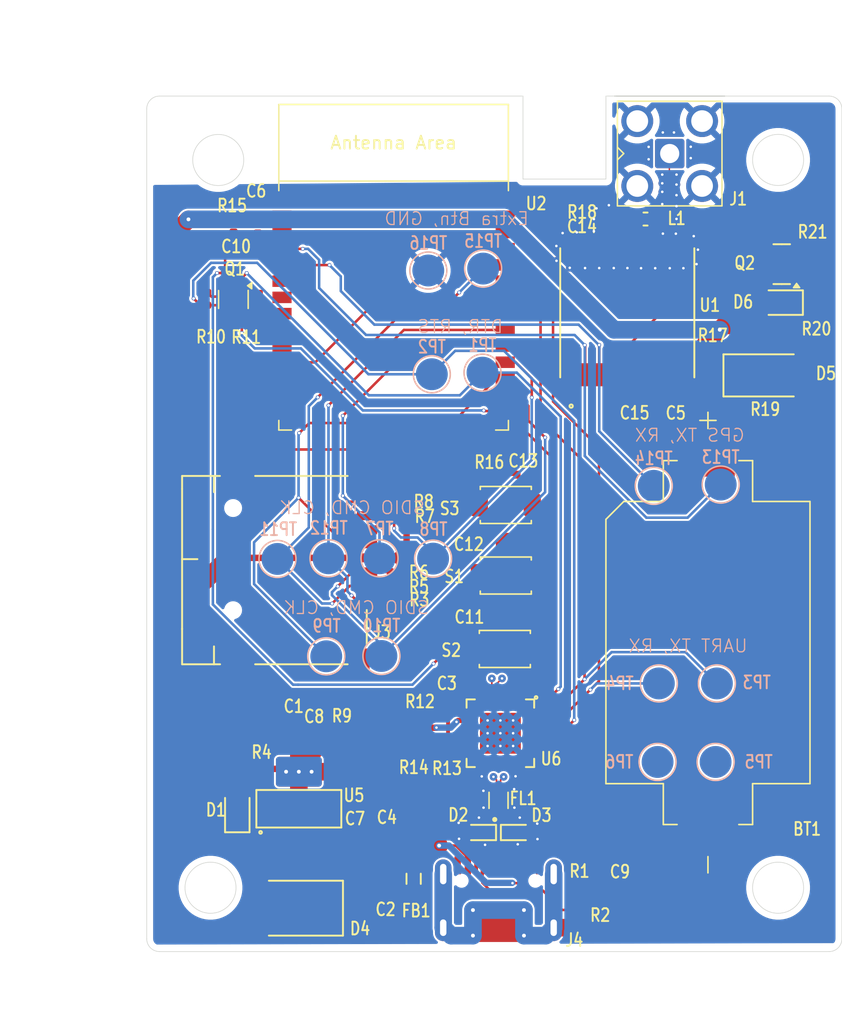
<source format=kicad_pcb>
(kicad_pcb (version 20241229) (generator "pcbnew") (generator_version "9.0")
  (layers (0 "F.Cu" signal) (4 "In1.Cu" signal) (6 "In2.Cu" signal) (2 "B.Cu" signal) (13 "F.Paste" user) (15 "B.Paste" user) (5 "F.SilkS" user "F.Silkscreen") (7 "B.SilkS" user "B.Silkscreen") (1 "F.Mask" user) (3 "B.Mask" user) (25 "Edge.Cuts" user))
  (net 0 "")
  (net 1 "GND")
  (net 2 "Net-(BT1-PadP)")
  (net 3 "Net-(C1-Pad1)")
  (net 4 "VUSB")
  (net 5 "3v3_VCC")
  (net 6 "RF_GND")
  (net 7 "/EN")
  (net 8 "/GPIO9_BOOT")
  (net 9 "/BTN_FUNCTION")
  (net 10 "Net-(U1-VCC_REF)")
  (net 11 "VBAT_2032")
  (net 12 "Net-(D1-Pad2)")
  (net 13 "/USB C COMs 3v3 Power Input Module/USB_UNF_D-")
  (net 14 "/USB C COMs 3v3 Power Input Module/USB_UNF_D+")
  (net 15 "VUSB_UNFILTERD")
  (net 16 "Net-(D5-Pad1)")
  (net 17 "Net-(Q2-C)")
  (net 18 "Net-(D6-Pad2)")
  (net 19 "Net-(J1-In)")
  (net 20 "/SDIO_DATA2")
  (net 21 "/SDIO_CLK")
  (net 22 "/SDIO_DATA0")
  (net 23 "/SDIO_DATA1")
  (net 24 "/SDIO_DATA3")
  (net 26 "/SDIO_CMD")
  (net 29 "Net-(J4-CC1)")
  (net 30 "Net-(J4-CC2)")
  (net 31 "Net-(L1-Pad1)")
  (net 32 "Net-(Q1A-B1)")
  (net 33 "/USB C COMs 3v3 Power Input Module/DTR")
  (net 34 "Net-(Q1B-B2)")
  (net 35 "/USB C COMs 3v3 Power Input Module/RTS")
  (net 36 "Net-(Q2-B)")
  (net 37 "Net-(U6-RST#)")
  (net 38 "Net-(U6-VBUS)")
  (net 39 "Net-(U1-RESET)")
  (net 40 "/GPS Module/1PPS")
  (net 41 "/USBC_TX")
  (net 42 "/USBC_RX")
  (net 43 "/GPS_TX")
  (net 44 "/GPS_RX")
  (net 81 "/USB C COMs 3v3 Power Input Module/USB_D+")
  (net 82 "/USB C COMs 3v3 Power Input Module/USB_D-")
  (footprint "PCM_JLCPCB:L_0603" (layer "F.Cu") (at 157.88 81.53)
    (property "Reference" "L1")
    (property "Value" "47nH_600mA" (hide yes))
  )
  (footprint "PCM_JLCPCB:C_0402" (layer "F.Cu") (at 127.48 80.83 90)
    (property "Reference" "C6")
    (property "Value" "100nF" (hide yes))
  )
  (footprint "PCM_JLCPCB:C_0603" (layer "F.Cu") (at 137.85 133.2 90)
    (property "Reference" "C2")
    (property "Value" "10uF" (hide yes))
  )
  (footprint "PCM_JLCPCB:TYPE-C-SMD_HX-TYPE-C-16PIN" (layer "F.Cu") (at 146.35 134.65)
    (property "Reference" "J4")
    (property "Value" "Connector, USB-TYPE-C-16P" (hide yes))
  )
  (footprint "PCM_JLCPCB:R_0402" (layer "F.Cu") (at 138.375 109.175 180)
    (property "Reference" "R6")
    (property "Value" "10kΩ" (hide yes))
  )
  (footprint "PCM_JLCPCB:R_1206" (layer "F.Cu") (at 133.95 123.33 90)
    (property "Reference" "R9")
    (property "Value" "0Ω" (hide yes))
  )
  (footprint "Connector_Coaxial:SMA_Amphenol_901-143_Horizontal" (layer "F.Cu") (at 159.775 76.4)
    (property "Reference" "J1")
    (property "Value" "Conn_Coaxial" (hide yes))
    (fp_line (start 4.3 -4.5) (end -4.3 -4.5) (stroke (width 0.1)) (layer "Edge.Cuts"))
  )
  (footprint "PCM_JLCPCB:C_0402" (layer "F.Cu") (at 146.925 107.1)
    (property "Reference" "C12")
    (property "Value" "100nF" (hide yes))
  )
  (footprint "PCM_JLCPCB:R_0402" (layer "F.Cu") (at 140.16 120.87 -90)
    (property "Reference" "R12")
    (property "Value" "10kΩ" (hide yes))
  )
  (footprint "PCM_JLCPCB:R_0402" (layer "F.Cu") (at 127.5675 87.855 -90)
    (property "Reference" "R11")
    (property "Value" "10kΩ" (hide yes))
  )
  (footprint "PCM_JLCPCB:WQFN-28_L5.0-W5.0-P0.50-BL-EP3.2" (layer "F.Cu") (at 146.5 121.8 180)
    (property "Reference" "U6")
    (property "Value" "CP2102-GMR" (hide yes))
  )
  (footprint "PCM_JLCPCB:FB_0805" (layer "F.Cu") (at 139.7 133.2 90)
    (property "Reference" "FB1")
    (property "Value" "~" (hide yes))
  )
  (footprint "PCM_JLCPCB:D_0805" (layer "F.Cu") (at 125.875 127.865 90)
    (property "Reference" "D1")
    (property "Value" "Red" (hide yes))
  )
  (footprint "PCM_JLCPCB:R_0402" (layer "F.Cu") (at 138.621855 103.640032 180)
    (property "Reference" "R8")
    (property "Value" "10kΩ" (hide yes))
  )
  (footprint "PCM_JLCPCB:D_SMA" (layer "F.Cu") (at 167.5 93.775)
    (property "Reference" "D5")
    (property "Value" "SS14" (hide yes))
  )
  (footprint "PCM_JLCPCB:R_0402" (layer "F.Cu") (at 145.65 101.55)
    (property "Reference" "R16")
    (property "Value" "10kΩ" (hide yes))
  )
  (footprint "PCM_JLCPCB:R_0402" (layer "F.Cu") (at 168.57 89.84)
    (property "Reference" "R20")
    (property "Value" "220Ω" (hide yes))
  )
  (footprint "PCM_JLCPCB:SW_TS-1088-AR02016" (layer "F.Cu") (at 146.85 115.2 180)
    (property "Reference" "S2")
    (property "Value" "Tactile Button, 160gf" (hide yes))
  )
  (footprint "PCM_JLCPCB:D_SOD-523" (layer "F.Cu") (at 147.8 129.575)
    (property "Reference" "D3")
    (property "Value" "H5VUD5U" (hide yes))
  )
  (footprint "GPS L76-M33:L76_QWS" (layer "F.Cu") (at 156.45 88.875 90)
    (property "Reference" "U1")
    (property "Value" "L76-M33" (hide yes))
  )
  (footprint "PCM_JLCPCB:C_0402" (layer "F.Cu") (at 148.3 101.55)
    (property "Reference" "C13")
    (property "Value" "100nF" (hide yes))
  )
  (footprint "CR2032:BAT_CR2032-BS-6-1" (layer "F.Cu") (at 162.775 114.7 -90)
    (property "Reference" "BT1")
    (property "Value" "CR2032-BS-6-1" (hide yes))
  )
  (footprint "PCM_JLCPCB:C_0603" (layer "F.Cu") (at 130.3 121.89 90)
    (property "Reference" "C1")
    (property "Value" "10uF" (hide yes))
  )
  (footprint "PCM_JLCPCB:C_0402" (layer "F.Cu") (at 144.325 118.25 180)
    (property "Reference" "C3")
    (property "Value" "100nF" (hide yes))
  )
  (footprint "PCM_JLCPCB:C_0603" (layer "F.Cu") (at 136.3 130.455 90)
    (property "Reference" "C4")
    (property "Value" "10uF" (hide yes))
  )
  (footprint "PCM_JLCPCB:Q_SOT-23" (layer "F.Cu") (at 168.56 85.0625 180)
    (property "Reference" "Q2")
    (property "Value" "MMBT3904" (hide yes))
  )
  (footprint "PCM_JLCPCB:D_SOD-523" (layer "F.Cu") (at 144.9 129.575 180)
    (property "Reference" "D2")
    (property "Value" "H5VUD5U" (hide yes))
  )
  (footprint "PCM_JLCPCB:R_0402" (layer "F.Cu") (at 138.35 111.325 180)
    (property "Reference" "R3")
    (property "Value" "10kΩ" (hide yes))
  )
  (footprint "PCM_JLCPCB:C_0402" (layer "F.Cu") (at 160.25 95.55)
    (property "Reference" "C5")
    (property "Value" "100nF" (hide yes))
  )
  (footprint "PCM_JLCPCB:R_0402" (layer "F.Cu") (at 123.5175 87.78 90)
    (property "Reference" "R10")
    (property "Value" "10kΩ" (hide yes))
  )
  (footprint "PCM_JLCPCB:SOT-363_SC-70-6" (layer "F.Cu") (at 125.5675 87.83 -90)
    (property "Reference" "Q1")
    (property "Value" "BC847BS" (hide yes))
  )
  (footprint "PCM_JLCPCB:R_0402" (layer "F.Cu") (at 140.5 122.925 -90)
    (property "Reference" "R14")
    (property "Value" "47kΩ" (hide yes))
  )
  (footprint "Common mode choke DLM11SN900HY2L:FIL_DLM11SN900HY2L" (layer "F.Cu") (at 146.357505 127.056913 90)
    (property "Reference" "FL1")
    (property "Value" "DLM11SN900HY2L" (hide yes))
  )
  (footprint "PCM_JLCPCB:C_0402" (layer "F.Cu") (at 155.195 82.21 180)
    (property "Reference" "C14")
    (property "Value" "100nF" (hide yes))
  )
  (footprint "PCM_JLCPCB:C_0402" (layer "F.Cu") (at 127.48 83.13 -90)
    (property "Reference" "C10")
    (property "Value" "100nF" (hide yes))
  )
  (footprint "PCM_JLCPCB:R_0402" (layer "F.Cu") (at 138.646855 104.790032 180)
    (property "Reference" "R7")
    (property "Value" "10kΩ" (hide yes))
  )
  (footprint "PCM_JLCPCB:C_0402" (layer "F.Cu") (at 157.025 95.55 180)
    (property "Reference" "C15")
    (property "Value" "100nF" (hide yes))
  )
  (footprint "PCM_JLCPCB:R_0402" (layer "F.Cu") (at 162.55 92.225 -90)
    (property "Reference" "R17")
    (property "Value" "10kΩ" (hide yes))
  )
  (footprint "PCM_JLCPCB:C_0402" (layer "F.Cu") (at 155.95 134.35 90)
    (property "Reference" "C9")
    (property "Value" "4.7nF" (hide yes))
  )
  (footprint "PCM_JLCPCB:R_0402" (layer "F.Cu") (at 168.56 82.65)
    (property "Reference" "R21")
    (property "Value" "5.1kΩ" (hide yes))
  )
  (footprint "SD Card:J_SD_Card-micro_socket_A" (layer "F.Cu") (at 129.025 108.15 90)
    (property "Reference" "J3")
    (property "Value" "Micro_SD_Card_Det1" (hide yes))
  )
  (footprint "PCM_JLCPCB:R_0402" (layer "F.Cu") (at 155.195 81.235)
    (property "Reference" "R18")
    (property "Value" "10Ω" (hide yes))
  )
  (footprint "PCM_JLCPCB:SW_TS-1088-AR02016" (layer "F.Cu") (at 146.925 109.45 180)
    (property "Reference" "S1")
    (property "Value" "Tactile Button, 160gf" (hide yes))
  )
  (footprint "PCM_JLCPCB:D_0805" (layer "F.Cu") (at 168.53 88.075 180)
    (property "Reference" "D6")
    (property "Value" "Red" (hide yes))
  )
  (footprint "PCM_JLCPCB:SW_TS-1088-AR02016" (layer "F.Cu") (at 146.925 103.925 180)
    (property "Reference" "S3")
    (property "Value" "Tactile Button, 160gf" (hide yes))
  )
  (footprint "PCM_JLCPCB:R_0402" (layer "F.Cu") (at 138.35 110.275 180)
    (property "Reference" "R5")
    (property "Value" "10kΩ" (hide yes))
  )
  (footprint "PCM_JLCPCB:R_0402" (layer "F.Cu") (at 154.2 134.275 90)
    (property "Reference" "R2")
    (property "Value" "5.1kΩ" (hide yes))
  )
  (footprint "PCM_JLCPCB:R_0402" (layer "F.Cu") (at 141.8 122.925 90)
    (property "Reference" "R13")
    (property "Value" "22kΩ" (hide yes))
  )
  (footprint "PCM_JLCPCB:C_0402" (layer "F.Cu") (at 131.9 122.29 90)
    (property "Reference" "C8")
    (property "Value" "100nF" (hide yes))
  )
  (footprint "PCM_JLCPCB:C_0402" (layer "F.Cu") (at 134.875 130.765 90)
    (property "Reference" "C7")
    (property "Value" "100nF" (hide yes))
  )
  (footprint "PCM_JLCPCB:R_0402" (layer "F.Cu") (at 127.8 125.09 -90)
    (property "Reference" "R4")
    (property "Value" "220Ω" (hide yes))
  )
  (footprint "PCM_JLCPCB:SOT-223-3_L6.5-W3.4-P2.30-LS7.0-BR" (layer "F.Cu") (at 130.7 127.815 -90)
    (property "Reference" "U5")
    (property "Value" "AMS1117" (hide yes))
  )
  (footprint "PCM_JLCPCB:C_0402" (layer "F.Cu") (at 146.875 112.85)
    (property "Reference" "C11")
    (property "Value" "100nF" (hide yes))
  )
  (footprint "PCM_JLCPCB:D_SMB" (layer "F.Cu") (at 130.5 135.5 180)
    (property "Reference" "D4")
    (property "Value" "P6SMB7.5A" (hide yes))
  )
  (footprint "PCM_JLCPCB:R_0402" (layer "F.Cu") (at 165.025 96.375 180)
    (property "Reference" "R19")
    (property "Value" "10Ω" (hide yes))
  )
  (footprint "PCM_JLCPCB:R_0402" (layer "F.Cu") (at 152.7 134.3 90)
    (property "Reference" "R1")
    (property "Value" "5.1kΩ" (hide yes))
  )
  (footprint "PCM_JLCPCB:R_0402" (layer "F.Cu") (at 125.58 82.055 -90)
    (property "Reference" "R15")
    (property "Value" "10kΩ" (hide yes))
  )
  (footprint "ESPRESSIF footprints:ESP32-C6-WROOM-1" (layer "F.Cu") (at 138.13 88.305)
    (property "Reference" "U2")
    (property "Value" "ESP32-C6-WROOM-1" (hide yes))
  )
  (footprint "TestPoint:TestPoint_Pad_D2.5mm" (layer "B.Cu") (at 129.025 108.15 180)
    (property "Reference" "TP11")
    (property "Value" "DAT3/CD_TP" (hide yes))
  )
  (footprint "TestPoint:TestPoint_Pad_D2.5mm" (layer "B.Cu") (at 158.925 117.9 90)
    (property "Reference" "TP4")
    (property "Value" "USB_TX_TP" (hide yes))
  )
  (footprint "TestPoint:TestPoint_Pad_D2.5mm" (layer "B.Cu") (at 137.175 115.75 180)
    (property "Reference" "TP10")
    (property "Value" "CMD_TP" (hide yes))
  )
  (footprint "TestPoint:TestPoint_Pad_D2.5mm" (layer "B.Cu") (at 158.525 102.425 180)
    (property "Reference" "TP14")
    (property "Value" "GPS_RX_TP" (hide yes))
  )
  (footprint "TestPoint:TestPoint_Pad_D2.5mm" (layer "B.Cu") (at 141.225 108.125 180)
    (property "Reference" "TP8")
    (property "Value" "DAT0_TP" (hide yes))
  )
  (footprint "TestPoint:TestPoint_Pad_D2.5mm" (layer "B.Cu") (at 132.85 115.775 180)
    (property "Reference" "TP9")
    (property "Value" "CLK_TP" (hide yes))
  )
  (footprint "TestPoint:TestPoint_Pad_D2.5mm" (layer "B.Cu") (at 163.775 102.325 180)
    (property "Reference" "TP13")
    (property "Value" "GPS_TX_TP" (hide yes))
  )
  (footprint "TestPoint:TestPoint_Pad_D2.5mm" (layer "B.Cu") (at 145.1 93.56 180)
    (property "Reference" "TP1")
    (property "Value" "DTR_TP" (hide yes))
  )
  (footprint "TestPoint:TestPoint_Pad_D2.5mm" (layer "B.Cu") (at 163.375 124.05 90)
    (property "Reference" "TP5")
    (property "Value" "USB_D+_TP" (hide yes))
  )
  (footprint "TestPoint:TestPoint_Pad_D2.5mm" (layer "B.Cu") (at 133.025 108.1 180)
    (property "Reference" "TP12")
    (property "Value" "DAT2_TP" (hide yes))
  )
  (footprint "TestPoint:TestPoint_Pad_D2.5mm" (layer "B.Cu") (at 158.825 124.05 90)
    (property "Reference" "TP6")
    (property "Value" "USB_D-_TP" (hide yes))
  )
  (footprint "TestPoint:TestPoint_Pad_D2.5mm" (layer "B.Cu") (at 141.125 93.685 180)
    (property "Reference" "TP2")
    (property "Value" "RTS_TP" (hide yes))
  )
  (footprint "TestPoint:TestPoint_Pad_D2.5mm" (layer "B.Cu") (at 145.15 85.41 180)
    (property "Reference" "TP15")
    (property "Value" "FUNC_BTN_TP" (hide yes))
  )
  (footprint "TestPoint:TestPoint_Pad_D2.5mm" (layer "B.Cu") (at 137.025 108.1 180)
    (property "Reference" "TP7")
    (property "Value" "DAT1_TP" (hide yes))
  )
  (footprint "TestPoint:TestPoint_Pad_D2.5mm" (layer "B.Cu") (at 140.85 85.56 180)
    (property "Reference" "TP16")
    (property "Value" "GND_TP" (hide yes))
  )
  (footprint "TestPoint:TestPoint_Pad_D2.5mm" (layer "B.Cu") (at 163.475 117.9 90)
    (property "Reference" "TP3")
    (property "Value" "USB_RX_TP" (hide yes))
  )
  (gr_line (start 148.275 71.9) (end 148.275 78.4) (stroke (width 0.05)) (layer "Edge.Cuts"))
  (gr_line (start 164.075 71.9) (end 172.275 71.9) (stroke (width 0.05)) (layer "Edge.Cuts"))
  (gr_line (start 118.775 72.9) (end 118.775 137.9) (stroke (width 0.05)) (layer "Edge.Cuts"))
  (gr_circle (center 168.275 133.9) (end 168.275 131.9) (stroke (width 0.05)) (fill no) (layer "Edge.Cuts"))
  (gr_arc (start 118.775 72.9) (mid 119.067893 72.192893) (end 119.775 71.9) (stroke (width 0.05)) (layer "Edge.Cuts"))
  (gr_line (start 148.275 78.4) (end 154.775 78.4) (stroke (width 0.05)) (layer "Edge.Cuts"))
  (gr_line (start 154.775 71.9) (end 155.475 71.9) (stroke (width 0.05)) (layer "Edge.Cuts"))
  (gr_circle (center 124.38 76.905) (end 124.38 74.905) (stroke (width 0.05)) (fill no) (layer "Edge.Cuts"))
  (gr_circle (center 168.275 76.9) (end 168.275 74.9) (stroke (width 0.05)) (fill no) (layer "Edge.Cuts"))
  (gr_line (start 148.275 71.9) (end 119.775 71.9) (stroke (width 0.05)) (layer "Edge.Cuts"))
  (gr_line (start 173.275 137.9) (end 173.275 72.9) (stroke (width 0.05)) (layer "Edge.Cuts"))
  (gr_arc (start 173.275 137.9) (mid 172.982107 138.607107) (end 172.275 138.9) (stroke (width 0.05)) (layer "Edge.Cuts"))
  (gr_arc (start 172.275 71.9) (mid 172.982107 72.192893) (end 173.275 72.9) (stroke (width 0.05)) (layer "Edge.Cuts"))
  (gr_line (start 119.775 138.9) (end 172.275 138.9) (stroke (width 0.05)) (layer "Edge.Cuts"))
  (gr_line (start 154.775 78.4) (end 154.775 71.9) (stroke (width 0.05)) (layer "Edge.Cuts"))
  (gr_arc (start 119.775 138.9) (mid 119.067893 138.607107) (end 118.775 137.9) (stroke (width 0.05)) (layer "Edge.Cuts"))
  (gr_circle (center 123.775 133.9) (end 123.775 131.9) (stroke (width 0.05)) (fill no) (layer "Edge.Cuts"))
  (gr_text "SDIO CMD, CLK" (at 140.65 104.725 0) (layer "B.SilkS") (effects (font (size 1 1) (thickness 0.1)) (justify left bottom mirror)))
  (gr_text "UART TX, RX\n" (at 165.95 115.55 0) (layer "B.SilkS") (effects (font (size 1 1) (thickness 0.1)) (justify left bottom mirror)))
  (gr_text "Extra Btn, GND" (at 148.8 82.085 0) (layer "B.SilkS") (effects (font (size 1 1) (thickness 0.1)) (justify left bottom mirror)))
  (gr_text "GPS TX, RX\n" (at 165.725 99.05 0) (layer "B.SilkS") (effects (font (size 1 1) (thickness 0.1)) (justify left bottom mirror)))
  (gr_text "SDIO CMD, CLK" (at 140.975 112.55 0) (layer "B.SilkS") (effects (font (size 1 1) (thickness 0.1)) (justify left bottom mirror)))
  (gr_text "DTR, RTS" (at 146.775 90.535 0) (layer "B.SilkS") (effects (font (size 1 1) (thickness 0.1)) (justify left bottom mirror)))
  (segment (start 127.48 80.33) (end 127.755 80.055) (width 0.5) (layer "F.Cu") (net 1))
  (segment (start 127.755 80.055) (end 129.38 80.055) (width 0.5) (layer "F.Cu") (net 1))
  (via (at 153.14 85.37) (size 0.6) (drill 0.2) (layers "F.Cu" "B.Cu") (net 1))
  (via (at 161.99 83.93) (size 0.6) (drill 0.2) (layers "F.Cu" "B.Cu") (net 1))
  (via (at 149.41 130.09) (size 0.6) (drill 0.2) (layers "F.Cu" "B.Cu") (net 1))
  (via (at 150.89 83.64) (size 0.6) (drill 0.2) (layers "F.Cu" "B.Cu") (net 1))
  (via (at 154.032981 80.694285) (size 0.6) (drill 0.2) (layers "F.Cu" "B.Cu") (net 1))
  (via (at 147.69 125.17) (size 0.6) (drill 0.2) (layers "F.Cu" "B.Cu") (net 1))
  (via (at 160.308051 80.52) (size 0.6) (drill 0.2) (layers "F.Cu" "B.Cu") (net 1))
  (via (at 155.39 85.37) (size 0.6) (drill 0.2) (layers "F.Cu" "B.Cu") (net 1))
  (via (at 147.6 127.63) (size 0.6) (drill 0.2) (layers "F.Cu" "B.Cu") (net 1))
  (via (at 161.88 85.06) (size 0.6) (drill 0.2) (layers "F.Cu" "B.Cu") (net 1))
  (via (at 147.58 126.18) (size 0.6) (drill 0.2) (layers "F.Cu" "B.Cu") (net 1))
  (via (at 148.02 128.41) (size 0.6) (drill 0.2) (layers "F.Cu" "B.Cu") (net 1))
  (via (at 154.25 85.37) (size 0.6) (drill 0.2) (layers "F.Cu" "B.Cu") (net 1))
  (via (at 157.53 85.38) (size 0.6) (drill 0.2) (layers "F.Cu" "B.Cu") (net 1))
  (via (at 145.04 125.18) (size 0.6) (drill 0.2) (layers "F.Cu" "B.Cu") (net 1))
  (via (at 159.78 85.38) (size 0.6) (drill 0.2) (layers "F.Cu" "B.Cu") (net 1))
  (via (at 151.94 85.35) (size 0.6) (drill 0.2) (layers "F.Cu" "B.Cu") (net 1))
  (via (at 147.862552 130.497497) (size 0.6) (drill 0.2) (layers "F.Cu" "B.Cu") (net 1))
  (via (at 160.258051 82.678189) (size 0.6) (drill 0.2) (layers "F.Cu" "B.Cu") (net 1))
  (via (at 158.64 85.38) (size 0.6) (drill 0.2) (layers "F.Cu" "B.Cu") (net 1))
  (via (at 158.125 75.88) (size 0.6) (drill 0.2) (layers "F.Cu" "B.Cu") (net 1))
  (via (at 151.38 82.63) (size 0.6) (drill 0.2) (layers "F.Cu" "B.Cu") (net 1))
  (via (at 156.46 85.37) (size 0.6) (drill 0.2) (layers "F.Cu" "B.Cu") (net 1))
  (via (at 161.425 76.76) (size 0.6) (drill 0.2) (layers "F.Cu" "B.Cu") (net 1))
  (via (at 145.17 126.31) (size 0.6) (drill 0.2) (layers "F.Cu" "B.Cu") (net 1))
  (via (at 160.11 74.75) (size 0.6) (drill 0.2) (layers "F.Cu" "B.Cu") (net 1))
  (via (at 144.82 128.41) (size 0.6) (drill 0.2) (layers "F.Cu" "B.Cu") (net 1))
  (via (at 150.9 84.8) (size 0.6) (drill 0.2) (layers "F.Cu" "B.Cu") (net 1))
  (via (at 145.18 127.63) (size 0.6) (drill 0.2) (layers "F.Cu" "B.Cu") (net 1))
  (via (at 161.425 75.87) (size 0.6) (drill 0.2) (layers "F.Cu" "B.Cu") (net 1))
  (via (at 160.308051 81.52) (size 0.6) (drill 0.2) (layers "F.Cu" "B.Cu") (net 1))
  (via (at 159.191951 78.05) (size 0.6) (drill 0.2) (layers "F.Cu" "B.Cu") (net 1))
  (via (at 159.191951 78.73) (size 0.6) (drill 0.2) (layers "F.Cu" "B.Cu") (net 1))
  (via (at 160.85 85.38) (size 0.6) (drill 0.2) (layers "F.Cu" "B.Cu") (net 1))
  (via (at 143.23 128.82) (size 0.6) (drill 0.2) (layers "F.Cu" "B.Cu") (net 1))
  (via (at 160.308051 78.83) (size 0.6) (drill 0.2) (layers "F.Cu" "B.Cu") (net 1))
  (via (at 152.49 82.57) (size 0.6) (drill 0.2) (layers "F.Cu" "B.Cu") (net 1))
  (via (at 155.00641 80.446953) (size 0.6) (drill 0.2) (layers "F.Cu" "B.Cu") (net 1))
  (via (at 159.241951 82.673298) (size 0.6) (drill 0.2) (layers "F.Cu" "B.Cu") (net 1))
  (via (at 145.3 130.54) (size 0.6) (drill 0.2) (layers "F.Cu" "B.Cu") (net 1))
  (via (at 160.308051 79.66) (size 0.6) (drill 0.2) (layers "F.Cu" "B.Cu") (net 1))
  (via (at 153.83 81.53) (size 0.6) (drill 0.2) (layers "F.Cu" "B.Cu") (net 1))
  (via (at 159.191951 80.36) (size 0.6) (drill 0.2) (layers "F.Cu" "B.Cu") (net 1))
  (via (at 153.83 82.48) (size 0.6) (drill 0.2) (layers "F.Cu" "B.Cu") (net 1))
  (via (at 160.31 78.05) (size 0.6) (drill 0.2) (layers "F.Cu" "B.Cu") (net 1))
  (via (at 143.26 130.07) (size 0.6) (drill 0.2) (layers "F.Cu" "B.Cu") (net 1))
  (via (at 161.66 82.87) (size 0.6) (drill 0.2) (layers "F.Cu" "B.Cu") (net 1))
  (via (at 159.191951 79.4) (size 0.6) (drill 0.2) (layers "F.Cu" "B.Cu") (net 1))
  (via (at 159.236258 74.75) (size 0.6) (drill 0.2) (layers "F.Cu" "B.Cu") (net 1))
  (via (at 149.39 128.88) (size 0.6) (drill 0.2) (layers "F.Cu" "B.Cu") (net 1))
  (via (at 158.125 76.85) (size 0.6) (drill 0.2) (layers "F.Cu" "B.Cu") (net 1))
  (segment (start 163.975 100.2) (end 162.775 100.2) (width 1.38) (layer "F.Cu") (net 2))
  (segment (start 169.5 93.775) (end 169.5 94.675) (width 1.38) (layer "F.Cu") (net 2))
  (segment (start 169.5 94.675) (end 163.975 100.2) (width 1.38) (layer "F.Cu") (net 2))
  (segment (start 130.3 122.67) (end 130.791 123.161) (width 1.38) (layer "F.Cu") (net 3))
  (segment (start 130.7 123.07) (end 130.3 122.67) (width 1.38) (layer "F.Cu") (net 3))
  (segment (start 130.7 130.785) (end 130.7 124.815) (width 1.38) (layer "F.Cu") (net 3))
  (segment (start 127.8 124.59) (end 129.475 124.59) (width 0.5) (layer "F.Cu") (net 3))
  (segment (start 130.791 123.161) (end 131.9 123.161) (width 1.38) (layer "F.Cu") (net 3))
  (segment (start 130.7 124.815) (end 130.7 123.07) (width 1.38) (layer "F.Cu") (net 3))
  (segment (start 133.925 124.815) (end 133.95 124.79) (width 1.38) (layer "F.Cu") (net 3))
  (segment (start 130.7 124.815) (end 133.925 124.815) (width 1.38) (layer "F.Cu") (net 3))
  (segment (start 129.475 124.59) (end 129.7 124.815) (width 0.5) (layer "F.Cu") (net 3))
  (segment (start 136.69266 131.235) (end 136.71166 131.216) (width 1.38) (layer "F.Cu") (net 4))
  (segment (start 133 132.81) (end 134.17 133.98) (width 1.38) (layer "F.Cu") (net 4))
  (segment (start 133.851 131.636) (end 134.875 131.636) (width 1.38) (layer "F.Cu") (net 4))
  (segment (start 137.85 133.98) (end 134.17 133.98) (width 1.38) (layer "F.Cu") (net 4))
  (segment (start 134.875 131.265) (end 136.27 131.265) (width 0.5) (layer "F.Cu") (net 4))
  (segment (start 141.8 126.12766) (end 141.8 123.425) (width 0.5) (layer "F.Cu") (net 4))
  (segment (start 133 130.785) (end 133.851 131.636) (width 1.38) (layer "F.Cu") (net 4))
  (segment (start 134.17 133.98) (end 132.65 135.5) (width 1.38) (layer "F.Cu") (net 4))
  (segment (start 136.27 131.265) (end 136.3 131.235) (width 0.5) (layer "F.Cu") (net 4))
  (segment (start 139.7 134.26) (end 138.13 134.26) (width 1.38) (layer "F.Cu") (net 4))
  (segment (start 136.71166 131.216) (end 141.8 126.12766) (width 0.5) (layer "F.Cu") (net 4))
  (segment (start 136.3 131.235) (end 136.69266 131.235) (width 1.38) (layer "F.Cu") (net 4))
  (segment (start 138.13 134.26) (end 137.85 133.98) (width 1.38) (layer "F.Cu") (net 4))
  (segment (start 133 130.785) (end 133 132.81) (width 1.38) (layer "F.Cu") (net 4))
  (segment (start 136.046855 108.065032) (end 138.197556 108.065032) (width 0.5) (layer "F.Cu") (net 5))
  (segment (start 160.348301 91.725) (end 159.750001 92.3233) (width 0.5) (layer "F.Cu") (net 5))
  (segment (start 124.3 119.5) (end 120.4 115.6) (width 1.38) (layer "F.Cu") (net 5))
  (segment (start 129.38 81.325) (end 127.485 81.325) (width 0.5) (layer "F.Cu") (net 5))
  (segment (start 134.33 121.87) (end 136.221 119.979) (width 1.38) (layer "F.Cu") (net 5))
  (segment (start 120.4 115.6) (end 120.4 83.2) (width 1.38) (layer "F.Cu") (net 5))
  (segment (start 168.07 89.84) (end 166.28 89.84) (width 0.5) (layer "F.Cu") (net 5))
  (segment (start 141.77 119.359) (end 141.15 119.979) (width 0.5) (layer "F.Cu") (net 5))
  (segment (start 166.26 89.86) (end 166.28 89.84) (width 1.38) (layer "F.Cu") (net 5))
  (segment (start 122 81.6) (end 122.045 81.555) (width 1.38) (layer "F.Cu") (net 5))
  (segment (start 144.941 119.359) (end 141.77 119.359) (width 0.5) (layer "F.Cu") (net 5))
  (segment (start 136.221 119.979) (end 141.15 119.979) (width 1.38) (layer "F.Cu") (net 5))
  (segment (start 145 119.3) (end 144.941 119.359) (width 0.5) (layer "F.Cu") (net 5))
  (segment (start 159.750001 93.725) (end 159.75 95.55) (width 0.5) (layer "F.Cu") (net 5))
  (segment (start 133.95 121.75) (end 131.7 119.5) (width 1.38) (layer "F.Cu") (net 5))
  (segment (start 125.144968 108.065032) (end 136.046855 108.065032) (width 0.5) (layer "F.Cu") (net 5))
  (segment (start 140.37 101.84) (end 140.66 101.55) (width 1.38) (layer "F.Cu") (net 5))
  (segment (start 140.66 101.55) (end 144.779 101.55) (width 1.38) (layer "F.Cu") (net 5))
  (segment (start 131.7 119.5) (end 124.3 119.5) (width 1.38) (layer "F.Cu") (net 5))
  (segment (start 138.875 110.25) (end 138.85 110.275) (width 0.5) (layer "F.Cu") (net 5))
  (segment (start 145.5 118.925) (end 144.825 118.25) (width 0.25) (layer "F.Cu") (net 5))
  (segment (start 138.875 108.742476) (end 138.875 109.175) (width 0.5) (layer "F.Cu") (net 5))
  (segment (start 162.55 91.35) (end 162.55 91.354) (width 1.38) (layer "F.Cu") (net 5))
  (segment (start 125.58 81.555) (end 122.045 81.555) (width 0.5) (layer "F.Cu") (net 5))
  (segment (start 138.85 110.275) (end 138.85 111.325) (width 0.5) (layer "F.Cu") (net 5))
  (segment (start 125.14 108.07) (end 125.144968 108.065032) (width 0.5) (layer "F.Cu") (net 5))
  (segment (start 164.04 89.86) (end 166.26 89.86) (width 1.38) (layer "F.Cu") (net 5))
  (segment (start 159.750001 92.3233) (end 159.750001 93.725) (width 0.5) (layer "F.Cu") (net 5))
  (segment (start 145.5 119.3) (end 145 119.3) (width 0.25) (layer "F.Cu") (net 5))
  (segment (start 145.5 119.3) (end 145.5 118.925) (width 0.25) (layer "F.Cu") (net 5))
  (segment (start 133.95 121.87) (end 134.33 121.87) (width 1.38) (layer "F.Cu") (net 5))
  (segment (start 120.4 83.2) (end 122 81.6) (width 1.38) (layer "F.Cu") (net 5))
  (segment (start 138.197556 108.065032) (end 138.875 108.742476) (width 0.5) (layer "F.Cu") (net 5))
  (segment (start 139.121855 103.088145) (end 140.37 101.84) (width 0.5) (layer "F.Cu") (net 5))
  (segment (start 120.4 115.6) (end 120.4 112.81) (width 1.38) (layer "F.Cu") (net 5))
  (segment (start 129.38 81.325) (end 125.81 81.325) (width 0.5) (layer "F.Cu") (net 5))
  (segment (start 139.146855 103.665032) (end 139.121855 103.640032) (width 0.5) (layer "F.Cu") (net 5))
  (segment (start 163.7 90.2) (end 164.04 89.86) (width 1.38) (layer "F.Cu") (net 5))
  (segment (start 127.485 81.325) (end 127.48 81.33) (width 0.5) (layer "F.Cu") (net 5))
  (segment (start 125.81 81.325) (end 125.58 81.555) (width 0.5) (layer "F.Cu") (net 5))
  (segment (start 162.55 91.725) (end 160.348301 91.725) (width 0.5) (layer "F.Cu") (net 5))
  (segment (start 139.146855 104.790032) (end 139.146855 103.665032) (width 0.5) (layer "F.Cu") (net 5))
  (segment (start 139.146855 104.790032) (end 139.146855 107.115733) (width 0.5) (layer "F.Cu") (net 5))
  (segment (start 139.121855 103.640032) (end 139.121855 103.088145) (width 0.5) (layer "F.Cu") (net 5))
  (segment (start 120.4 112.81) (end 125.14 108.07) (width 1.38) (layer "F.Cu") (net 5))
  (segment (start 139.146855 107.115733) (end 138.197556 108.065032) (width 0.5) (layer "F.Cu") (net 5))
  (segment (start 163.7 90.2) (end 162.55 91.35) (width 1.38) (layer "F.Cu") (net 5))
  (segment (start 144.825 118.25) (end 144.825 119.125) (width 0.5) (layer "F.Cu") (net 5))
  (segment (start 133.95 121.87) (end 133.95 121.75) (width 1.38) (layer "F.Cu") (net 5))
  (segment (start 138.875 109.175) (end 138.875 110.25) (width 0.5) (layer "F.Cu") (net 5))
  (via (at 163.7 90.2) (size 0.5) (drill 0.3) (layers "F.Cu" "B.Cu") (net 5))
  (via (at 122.045 81.555) (size 0.5) (drill 0.3) (layers "F.Cu" "B.Cu") (net 5))
  (segment (start 155.4 90.2) (end 163.7 90.2) (width 1.38) (layer "B.Cu") (net 5))
  (segment (start 122.045 81.555) (end 146.755 81.555) (width 1.38) (layer "B.Cu") (net 5))
  (segment (start 146.755 81.555) (end 155.4 90.2) (width 1.38) (layer "B.Cu") (net 5))
  (segment (start 155.88 136.56) (end 155.41 137.03) (width 1.38) (layer "F.Cu") (net 6))
  (segment (start 155.95 134.85) (end 155.95 136.49) (width 0.5) (layer "F.Cu") (net 6))
  (segment (start 155.95 136.49) (end 155.88 136.56) (width 0.5) (layer "F.Cu") (net 6))
  (segment (start 155.41 137.03) (end 150.68 137.03) (width 1.38) (layer "F.Cu") (net 6))
  (segment (start 142.02 137.03) (end 142.02 132.83) (width 1.38) (layer "B.Cu") (net 6))
  (segment (start 148.35 135.65) (end 148.35 137.65) (width 1.38) (layer "B.Cu") (net 6))
  (segment (start 144.35 137.65) (end 142.64 137.65) (width 1.38) (layer "B.Cu") (net 6))
  (segment (start 150.68 137.03) (end 150.68 132.83) (width 1.38) (layer "B.Cu") (net 6))
  (segment (start 148.35 137.65) (end 150.06 137.65) (width 1.38) (layer "B.Cu") (net 6))
  (segment (start 144.35 137.65) (end 144.35 135.65) (width 1.38) (layer "B.Cu") (net 6))
  (segment (start 142.64 137.65) (end 142.02 137.03) (width 1.38) (layer "B.Cu") (net 6))
  (segment (start 150.06 137.65) (end 150.68 137.03) (width 1.38) (layer "B.Cu") (net 6))
  (segment (start 144.35 135.65) (end 148.35 135.65) (width 1.38) (layer "B.Cu") (net 6))
  (segment (start 124.28 85.76) (end 124.5975 85.76) (width 0.2) (layer "F.Cu") (net 7))
  (segment (start 146.375 113.6) (end 146.375 112.85) (width 0.3) (layer "F.Cu") (net 7))
  (segment (start 124.9175 85.44) (end 124.9175 86.88) (width 0.2) (layer "F.Cu") (net 7))
  (segment (start 144.775 115.2) (end 146.375 113.6) (width 0.3) (layer "F.Cu") (net 7))
  (segment (start 124.5975 85.76) (end 124.9175 85.44) (width 0.2) (layer "F.Cu") (net 7))
  (segment (start 125.58 82.555) (end 127.405 82.555) (width 0.2) (layer "F.Cu") (net 7))
  (segment (start 127.48 82.63) (end 129.345 82.63) (width 0.2) (layer "F.Cu") (net 7))
  (segment (start 124.9175 83.2175) (end 124.9175 85.44) (width 0.2) (layer "F.Cu") (net 7))
  (segment (start 127.405 82.555) (end 127.48 82.63) (width 0.2) (layer "F.Cu") (net 7))
  (segment (start 144.775 115.2) (end 142.41 115.2) (width 0.2) (layer "F.Cu") (net 7))
  (segment (start 125.58 82.555) (end 124.9175 83.2175) (width 0.2) (layer "F.Cu") (net 7))
  (segment (start 142.41 115.2) (end 141.26 116.35) (width 0.2) (layer "F.Cu") (net 7))
  (segment (start 129.345 82.63) (end 129.38 82.595) (width 0.2) (layer "F.Cu") (net 7))
  (via (at 141.26 116.35) (size 0.3) (drill 0.2) (layers "F.Cu" "B.Cu") (net 7))
  (via (at 124.28 85.76) (size 0.3) (drill 0.2) (layers "F.Cu" "B.Cu") (net 7))
  (segment (start 139.61 118) (end 130.64 118) (width 0.2) (layer "B.Cu") (net 7))
  (segment (start 141.26 116.35) (end 139.61 118) (width 0.2) (layer "B.Cu") (net 7))
  (segment (start 123.96 86.08) (end 124.28 85.76) (width 0.2) (layer "B.Cu") (net 7))
  (segment (start 130.249038 118) (end 123.96 111.710962) (width 0.2) (layer "B.Cu") (net 7))
  (segment (start 130.64 118) (end 130.249038 118) (width 0.2) (layer "B.Cu") (net 7))
  (segment (start 123.96 105.83) (end 123.96 86.08) (width 0.2) (layer "B.Cu") (net 7))
  (segment (start 123.96 111.710962) (end 123.96 105.83) (width 0.2) (layer "B.Cu") (net 7))
  (segment (start 145.235 96.565) (end 145.19 96.52) (width 0.2) (layer "F.Cu") (net 8))
  (segment (start 126.23 88.7925) (end 126.2175 88.78) (width 0.2) (layer "F.Cu") (net 8))
  (segment (start 146.425 106.790001) (end 147.005001 106.21) (width 0.2) (layer "F.Cu") (net 8))
  (segment (start 146.895 96.565) (end 145.235 96.565) (width 0.2) (layer "F.Cu") (net 8))
  (segment (start 149.64 106.21) (end 150.7 105.15) (width 0.2) (layer "F.Cu") (net 8))
  (segment (start 150.7 105.15) (end 150.7 100.37) (width 0.2) (layer "F.Cu") (net 8))
  (segment (start 146.425 107.875) (end 146.425 107.1) (width 0.3) (layer "F.Cu") (net 8))
  (segment (start 144.85 109.45) (end 146.425 107.875) (width 0.3) (layer "F.Cu") (net 8))
  (segment (start 146.425 107.1) (end 146.425 106.790001) (width 0.2) (layer "F.Cu") (net 8))
  (segment (start 150.7 100.37) (end 146.895 96.565) (width 0.2) (layer "F.Cu") (net 8))
  (segment (start 126.23 90.45) (end 126.23 88.7925) (width 0.2) (layer "F.Cu") (net 8))
  (segment (start 147.005001 106.21) (end 149.64 106.21) (width 0.2) (layer "F.Cu") (net 8))
  (via (at 145.19 96.52) (size 0.3) (drill 0.2) (layers "F.Cu" "B.Cu") (net 8))
  (via (at 126.23 90.45) (size 0.3) (drill 0.2) (layers "F.Cu" "B.Cu") (net 8))
  (segment (start 127.24 91.66) (end 126.23 90.65) (width 0.2) (layer "B.Cu") (net 8))
  (segment (start 126.23 90.65) (end 126.23 90.45) (width 0.2) (layer "B.Cu") (net 8))
  (segment (start 130.86 91.66) (end 127.24 91.66) (width 0.2) (layer "B.Cu") (net 8))
  (segment (start 145.19 96.52) (end 135.72 96.52) (width 0.2) (layer "B.Cu") (net 8))
  (segment (start 135.72 96.52) (end 130.86 91.66) (width 0.2) (layer "B.Cu") (net 8))
  (segment (start 144.85 103.925) (end 146.15 102.625) (width 0.3) (layer "F.Cu") (net 9))
  (segment (start 127.53 97.85) (end 127.53 93.44) (width 0.2) (layer "F.Cu") (net 9))
  (segment (start 129.26 99.58) (end 127.53 97.85) (width 0.2) (layer "F.Cu") (net 9))
  (segment (start 146.15 101.236672) (end 144.493328 99.58) (width 0.2) (layer "F.Cu") (net 9))
  (segment (start 146.15 101.55) (end 146.15 101.236672) (width 0.2) (layer "F.Cu") (net 9))
  (segment (start 143.27 87.28) (end 142.25 88.3) (width 0.2) (layer "F.Cu") (net 9))
  (segment (start 146.15 102.625) (end 146.15 101.55) (width 0.3) (layer "F.Cu") (net 9))
  (segment (start 144.493328 99.58) (end 129.26 99.58) (width 0.2) (layer "F.Cu") (net 9))
  (segment (start 131.985 92.755) (end 129.38 92.755) (width 0.2) (layer "F.Cu") (net 9))
  (segment (start 128.225 92.745) (end 129.38 92.745) (width 0.2) (layer "F.Cu") (net 9))
  (segment (start 146.15 101.55) (end 147.8 101.55) (width 0.2) (layer "F.Cu") (net 9))
  (segment (start 142.25 88.3) (end 136.44 88.3) (width 0.2) (layer "F.Cu") (net 9))
  (segment (start 127.53 93.44) (end 128.225 92.745) (width 0.2) (layer "F.Cu") (net 9))
  (segment (start 136.44 88.3) (end 131.985 92.755) (width 0.2) (layer "F.Cu") (net 9))
  (via (at 143.27 87.28) (size 0.3) (drill 0.2) (layers "F.Cu" "B.Cu") (net 9))
  (segment (start 143.27 87.28) (end 145.15 85.4) (width 0.2) (layer "B.Cu") (net 9))
  (segment (start 155.67 82.21) (end 155.695 82.21) (width 0.1161) (layer "F.Cu") (net 10))
  (segment (start 154.695 81.235) (end 155.67 82.21) (width 0.1161) (layer "F.Cu") (net 10))
  (segment (start 155.695 82.21) (end 156.45 82.965) (width 0.1161) (layer "F.Cu") (net 10))
  (segment (start 156.45 82.965) (end 156.45 84.025) (width 0.1161) (layer "F.Cu") (net 10))
  (segment (start 157.55 93.725) (end 157.55 95.525) (width 0.5) (layer "F.Cu") (net 11))
  (segment (start 162.765 96.375) (end 162 97.14) (width 0.5) (layer "F.Cu") (net 11))
  (segment (start 157.896 95.946) (end 157.896 95.55) (width 1.38) (layer "F.Cu") (net 11))
  (segment (start 157.55 95.525) (end 157.525 95.55) (width 0.5) (layer "F.Cu") (net 11))
  (segment (start 162 97.14) (end 159.09 97.14) (width 1.38) (layer "F.Cu") (net 11))
  (segment (start 164.525 96.375) (end 162.765 96.375) (width 0.5) (layer "F.Cu") (net 11))
  (segment (start 159.09 97.14) (end 157.896 95.946) (width 1.38) (layer "F.Cu") (net 11))
  (segment (start 125.875 126.925) (end 126.465 126.925) (width 0.5) (layer "F.Cu") (net 12))
  (segment (start 126.465 126.925) (end 127.8 125.59) (width 0.5) (layer "F.Cu") (net 12))
  (segment (start 145.6 132.15) (end 145.6 132.12) (width 0.1257) (layer "F.Cu") (net 13))
  (segment (start 145.6 129.525) (end 145.6 129.575) (width 0.1257) (layer "F.Cu") (net 13))
  (segment (start 145.6 131.2) (end 146.18715 130.61285) (width 0.1257) (layer "F.Cu") (net 13))
  (segment (start 146.194655 128.319064) (end 146.194655 128.45731) (width 0.1257) (layer "F.Cu") (net 13))
  (segment (start 145.6 129.625) (end 145.6 129.575) (width 0.1257) (layer "F.Cu") (net 13))
  (segment (start 146.18715 128.93785) (end 145.6 129.525) (width 0.1257) (layer "F.Cu") (net 13))
  (segment (start 146.18715 128.464815) (end 146.18715 128.93785) (width 0.1257) (layer "F.Cu") (net 13))
  (segment (start 146.18715 130.61285) (end 146.18715 130.21215) (width 0.1257) (layer "F.Cu") (net 13))
  (segment (start 146.194655 128.45731) (end 146.18715 128.464815) (width 0.1257) (layer "F.Cu") (net 13))
  (segment (start 145.6 132.15) (end 145.6 131.2) (width 0.1257) (layer "F.Cu") (net 13))
  (segment (start 146.082505 127.681913) (end 146.082505 128.206914) (width 0.1257) (layer "F.Cu") (net 13))
  (segment (start 146.082505 128.206914) (end 146.194655 128.319064) (width 0.1257) (layer "F.Cu") (net 13))
  (segment (start 146.18715 130.21215) (end 145.6 129.625) (width 0.1257) (layer "F.Cu") (net 13))
  (segment (start 146.51285 128.93785) (end 147.1 129.525) (width 0.1257) (layer "F.Cu") (net 14))
  (segment (start 146.520355 128.319064) (end 146.520355 128.581949) (width 0.1257) (layer "F.Cu") (net 14))
  (segment (start 147.1 131.2) (end 146.51285 130.61285) (width 0.1257) (layer "F.Cu") (net 14))
  (segment (start 147.1 132.15) (end 147.1 131.2) (width 0.1257) (layer "F.Cu") (net 14))
  (segment (start 147.1 129.525) (end 147.1 129.575) (width 0.1257) (layer "F.Cu") (net 14))
  (segment (start 146.51285 130.21215) (end 147.1 129.625) (width 0.1257) (layer "F.Cu") (net 14))
  (segment (start 146.51285 130.61285) (end 146.51285 130.21215) (width 0.1257) (layer "F.Cu") (net 14))
  (segment (start 146.520355 128.581949) (end 146.51285 128.589454) (width 0.1257) (layer "F.Cu") (net 14))
  (segment (start 146.51285 128.589454) (end 146.51285 128.93785) (width 0.1257) (layer "F.Cu") (net 14))
  (segment (start 146.632505 128.206914) (end 146.520355 128.319064) (width 0.1257) (layer "F.Cu") (net 14))
  (segment (start 147.1 129.625) (end 147.1 129.575) (width 0.1257) (layer "F.Cu") (net 14))
  (segment (start 146.632505 127.681913) (end 146.632505 128.206914) (width 0.1257) (layer "F.Cu") (net 14))
  (segment (start 147.13 132.18) (end 147.1 132.15) (width 0.1257) (layer "F.Cu") (net 14))
  (segment (start 148.75 132.15) (end 148.75 132.852) (width 0.2) (layer "F.Cu") (net 15))
  (segment (start 148.062 133.54) (end 147.45 133.54) (width 0.2) (layer "F.Cu") (net 15))
  (segment (start 143.9 132.15) (end 143.9 131.498) (width 0.2) (layer "F.Cu") (net 15))
  (segment (start 148.75 132.852) (end 148.062 133.54) (width 0.2) (layer "F.Cu") (net 15))
  (segment (start 141.24 130.6) (end 139.7 132.14) (width 1.38) (layer "F.Cu") (net 15))
  (segment (start 143.002 130.6) (end 141.7 130.6) (width 0.2) (layer "F.Cu") (net 15))
  (segment (start 143.9 131.498) (end 143.002 130.6) (width 0.2) (layer "F.Cu") (net 15))
  (segment (start 141.7 130.6) (end 141.24 130.6) (width 1.38) (layer "F.Cu") (net 15))
  (via (at 147.45 133.54) (size 0.3) (drill 0.2) (layers "F.Cu" "B.Cu") (net 15))
  (via (at 141.7 130.6) (size 0.5) (drill 0.3) (layers "F.Cu" "B.Cu") (net 15))
  (segment (start 145.385039 133.52) (end 142.465039 130.6) (width 0.5) (layer "B.Cu") (net 15))
  (segment (start 142.465039 130.6) (end 141.7 130.6) (width 0.5) (layer "B.Cu") (net 15))
  (segment (start 147.43 133.52) (end 145.385039 133.52) (width 0.5) (layer "B.Cu") (net 15))
  (segment (start 165.525 93.8) (end 165.5 93.775) (width 0.5) (layer "F.Cu") (net 16))
  (segment (start 165.525 96.375) (end 165.525 93.8) (width 0.5) (layer "F.Cu") (net 16))
  (segment (start 167.62 85.0625) (end 167.62 86.225) (width 0.2) (layer "F.Cu") (net 17))
  (segment (start 167.62 86.225) (end 169.47 88.075) (width 0.2) (layer "F.Cu") (net 17))
  (segment (start 169.07 89.555) (end 169.07 89.84) (width 0.2) (layer "F.Cu") (net 18))
  (segment (start 167.59 88.075) (end 169.07 89.555) (width 0.2) (layer "F.Cu") (net 18))
  (segment (start 159.740001 81.53) (end 159.750001 81.54) (width 0.1161) (layer "F.Cu") (net 19))
  (segment (start 159.750001 81.54) (end 159.750001 76.424999) (width 0.1161) (layer "F.Cu") (net 19))
  (segment (start 159.750001 76.424999) (end 159.775 76.4) (width 0.1161) (layer "F.Cu") (net 19))
  (segment (start 159.750001 84.025) (end 159.750001 81.54) (width 0.1161) (layer "F.Cu") (net 19))
  (segment (start 158.67 81.53) (end 159.740001 81.53) (width 0.1161) (layer "F.Cu") (net 19))
  (segment (start 138.935 90.215) (end 146.88 90.215) (width 0.2) (layer "F.Cu") (net 20))
  (segment (start 133.025 96.125) (end 138.935 90.215) (width 0.2) (layer "F.Cu") (net 20))
  (segment (start 136.086887 111.325) (end 136.046855 111.365032) (width 0.2) (layer "F.Cu") (net 20))
  (segment (start 137.85 111.325) (end 136.086887 111.325) (width 0.2) (layer "F.Cu") (net 20))
  (segment (start 135.185032 111.365032) (end 136.046855 111.365032) (width 0.2) (layer "F.Cu") (net 20))
  (segment (start 134.83 111.01) (end 135.185032 111.365032) (width 0.2) (layer "F.Cu") (net 20))
  (via (at 133.025 96.125) (size 0.3) (drill 0.2) (layers "F.Cu" "B.Cu") (net 20))
  (via (at 134.83 111.01) (size 0.3) (drill 0.2) (layers "F.Cu" "B.Cu") (net 20))
  (segment (start 134.83 111.01) (end 134.51 110.69) (width 0.2) (layer "B.Cu") (net 20))
  (segment (start 134.51 110.69) (end 134.51 109.585) (width 0.2) (layer "B.Cu") (net 20))
  (segment (start 134.51 109.585) (end 133.025 108.1) (width 0.2) (layer "B.Cu") (net 20))
  (segment (start 133.025 96.125) (end 133.025 108.1) (width 0.2) (layer "B.Cu") (net 20))
  (segment (start 135.055032 106.965032) (end 136.046855 106.965032) (width 0.2) (layer "F.Cu") (net 21))
  (segment (start 133.46 106.14) (end 134.23 106.14) (width 0.2) (layer "F.Cu") (net 21))
  (segment (start 131.515 97.505) (end 130.73 98.29) (width 0.2) (layer "F.Cu") (net 21))
  (segment (start 134.23 106.14) (end 135.055032 106.965032) (width 0.2) (layer "F.Cu") (net 21))
  (segment (start 142.715 97.505) (end 146.195 94.025) (width 0.2) (layer "F.Cu") (net 21))
  (segment (start 130.68 103.36) (end 133.46 106.14) (width 0.2) (layer "F.Cu") (net 21))
  (segment (start 142.715 97.505) (end 131.515 97.505) (width 0.2) (layer "F.Cu") (net 21))
  (segment (start 146.195 94.025) (end 146.88 94.025) (width 0.2) (layer "F.Cu") (net 21))
  (via (at 130.73 98.29) (size 0.3) (drill 0.2) (layers "F.Cu" "B.Cu") (net 21))
  (via (at 130.68 103.36) (size 0.3) (drill 0.2) (layers "F.Cu" "B.Cu") (net 21))
  (segment (start 130.68 103.36) (end 127.19 106.85) (width 0.2) (layer "B.Cu") (net 21))
  (segment (start 127.19 106.85) (end 127.19 110.115) (width 0.2) (layer "B.Cu") (net 21))
  (segment (start 130.73 98.29) (end 130.68 98.34) (width 0.2) (layer "B.Cu") (net 21))
  (segment (start 127.19 110.115) (end 132.85 115.775) (width 0.2) (layer "B.Cu") (net 21))
  (segment (start 130.68 98.34) (end 130.68 103.36) (width 0.2) (layer "B.Cu") (net 21))
  (segment (start 138.146855 104.790032) (end 136.071855 104.790032) (width 0.2) (layer "F.Cu") (net 22))
  (segment (start 148.96 94.01) (end 147.705 92.755) (width 0.2) (layer "F.Cu") (net 22))
  (segment (start 138.17 104.813177) (end 138.146855 104.790032) (width 0.2) (layer "F.Cu") (net 22))
  (segment (start 136.071855 104.790032) (end 136.046855 104.765032) (width 0.2) (layer "F.Cu") (net 22))
  (segment (start 148.96 95.51) (end 148.96 94.01) (width 0.2) (layer "F.Cu") (net 22))
  (segment (start 136.046855 104.765032) (end 134.595032 104.765032) (width 0.2) (layer "F.Cu") (net 22))
  (segment (start 147.705 92.755) (end 146.88 92.755) (width 0.2) (layer "F.Cu") (net 22))
  (segment (start 138.17 105.76) (end 138.17 104.813177) (width 0.2) (layer "F.Cu") (net 22))
  (via (at 138.17 105.76) (size 0.3) (drill 0.2) (layers "F.Cu" "B.Cu") (net 22))
  (via (at 148.96 95.51) (size 0.3) (drill 0.2) (layers "F.Cu" "B.Cu") (net 22))
  (segment (start 148.96 100.39) (end 141.225 108.125) (width 0.2) (layer "B.Cu") (net 22))
  (segment (start 138.17 105.76) (end 138.17 105.93) (width 0.2) (layer "B.Cu") (net 22))
  (segment (start 138.17 105.93) (end 138.71 106.47) (width 0.2) (layer "B.Cu") (net 22))
  (segment (start 138.71 106.47) (end 140.01 106.47) (width 0.2) (layer "B.Cu") (net 22))
  (segment (start 148.96 95.51) (end 148.96 100.39) (width 0.2) (layer "B.Cu") (net 22))
  (segment (start 140.01 106.47) (end 141.225 107.685) (width 0.2) (layer "B.Cu") (net 22))
  (segment (start 141.225 107.685) (end 141.225 108.125) (width 0.2) (layer "B.Cu") (net 22))
  (segment (start 136.071855 103.640032) (end 136.046855 103.665032) (width 0.2) (layer "F.Cu") (net 23))
  (segment (start 139.605 91.485) (end 134.15 96.94) (width 0.2) (layer "F.Cu") (net 23))
  (segment (start 138.121855 103.640032) (end 136.071855 103.640032) (width 0.2) (layer "F.Cu") (net 23))
  (segment (start 134.615032 103.665032) (end 134.15 103.2) (width 0.2) (layer "F.Cu") (net 23))
  (segment (start 146.88 91.485) (end 139.605 91.485) (width 0.2) (layer "F.Cu") (net 23))
  (segment (start 136.046855 103.665032) (end 134.615032 103.665032) (width 0.2) (layer "F.Cu") (net 23))
  (via (at 134.15 103.2) (size 0.3) (drill 0.2) (layers "F.Cu" "B.Cu") (net 23))
  (via (at 134.15 96.94) (size 0.3) (drill 0.2) (layers "F.Cu" "B.Cu") (net 23))
  (segment (start 137.025 106.075) (end 137.025 108.1) (width 0.2) (layer "B.Cu") (net 23))
  (segment (start 134.615032 103.665032) (end 137.025 106.075) (width 0.2) (layer "B.Cu") (net 23))
  (segment (start 134.15 103.2) (end 134.615032 103.665032) (width 0.2) (layer "B.Cu") (net 23))
  (segment (start 134.15 103.2) (end 134.15 96.94) (width 0.2) (layer "B.Cu") (net 23))
  (segment (start 138.725 88.945) (end 146.88 88.945) (width 0.2) (layer "F.Cu") (net 24))
  (segment (start 136.046855 110.265032) (end 134.684968 110.265032) (width 0.2) (layer "F.Cu") (net 24))
  (segment (start 132.18 95.49) (end 138.725 88.945) (width 0.2) (layer "F.Cu") (net 24))
  (segment (start 136.056823 110.275) (end 136.046855 110.265032) (width 0.2) (layer "F.Cu") (net 24))
  (segment (start 134.684968 110.265032) (end 133.31 111.64) (width 0.2) (layer "F.Cu") (net 24))
  (segment (start 137.85 110.275) (end 136.056823 110.275) (width 0.2) (layer "F.Cu") (net 24))
  (via (at 133.31 111.64) (size 0.3) (drill 0.2) (layers "F.Cu" "B.Cu") (net 24))
  (via (at 132.18 95.49) (size 0.3) (drill 0.2) (layers "F.Cu" "B.Cu") (net 24))
  (segment (start 133.31 111.64) (end 132.515 111.64) (width 0.2) (layer "B.Cu") (net 24))
  (segment (start 132.18 95.49) (end 131.48 96.19) (width 0.2) (layer "B.Cu") (net 24))
  (segment (start 132.515 111.64) (end 129.025 108.15) (width 0.2) (layer "B.Cu") (net 24))
  (segment (start 131.48 105.695) (end 129.025 108.15) (width 0.2) (layer "B.Cu") (net 24))
  (segment (start 131.48 96.19) (end 131.48 105.695) (width 0.2) (layer "B.Cu") (net 24))
  (segment (start 150.01 98.64) (end 148.7 97.33) (width 0.2) (layer "F.Cu") (net 26))
  (segment (start 134.884968 109.165032) (end 136.046855 109.165032) (width 0.2) (layer "F.Cu") (net 26))
  (segment (start 148.7 97.33) (end 148.7 96.165) (width 0.2) (layer "F.Cu") (net 26))
  (segment (start 133.75 110.3) (end 134.884968 109.165032) (width 0.2) (layer "F.Cu") (net 26))
  (segment (start 137.875 109.175) (end 136.056823 109.175) (width 0.2) (layer "F.Cu") (net 26))
  (segment (start 147.83 95.295) (end 146.88 95.295) (width 0.2) (layer "F.Cu") (net 26))
  (segment (start 136.056823 109.175) (end 136.046855 109.165032) (width 0.2) (layer "F.Cu") (net 26))
  (segment (start 148.7 96.165) (end 147.83 95.295) (width 0.2) (layer "F.Cu") (net 26))
  (via (at 150.01 98.64) (size 0.3) (drill 0.2) (layers "F.Cu" "B.Cu") (net 26))
  (via (at 133.75 110.3) (size 0.3) (drill 0.2) (layers "F.Cu" "B.Cu") (net 26))
  (segment (start 150.01 102.915) (end 137.175 115.75) (width 0.2) (layer "B.Cu") (net 26))
  (segment (start 133.75 110.3) (end 133.297811 110.752189) (width 0.2) (layer "B.Cu") (net 26))
  (segment (start 133.297811 110.752189) (end 133.297811 110.99) (width 0.2) (layer "B.Cu") (net 26))
  (segment (start 137.175 114.867189) (end 137.175 115.75) (width 0.2) (layer "B.Cu") (net 26))
  (segment (start 133.297811 110.99) (end 137.175 114.867189) (width 0.2) (layer "B.Cu") (net 26))
  (segment (start 150.01 98.64) (end 150.01 102.915) (width 0.2) (layer "B.Cu") (net 26))
  (segment (start 154.2 134.775) (end 153.335 135.64) (width 0.2) (layer "F.Cu") (net 29))
  (segment (start 145.72 134.14) (end 145.1 133.52) (width 0.2) (layer "F.Cu") (net 29))
  (segment (start 151.35 135.64) (end 149.85 134.14) (width 0.2) (layer "F.Cu") (net 29))
  (segment (start 153.335 135.64) (end 151.35 135.64) (width 0.2) (layer "F.Cu") (net 29))
  (segment (start 149.85 134.14) (end 145.72 134.14) (width 0.2) (layer "F.Cu") (net 29))
  (segment (start 145.1 133.52) (end 145.1 132.15) (width 0.2) (layer "F.Cu") (net 29))
  (segment (start 148.1 131.25) (end 148.56 130.79) (width 0.2) (layer "F.Cu") (net 30))
  (segment (start 152.479608 134.8) (end 152.7 134.8) (width 0.2) (layer "F.Cu") (net 30))
  (segment (start 151.1 130.79) (end 151.81 131.5) (width 0.2) (layer "F.Cu") (net 30))
  (segment (start 148.1 132.15) (end 148.1 131.25) (width 0.2) (layer "F.Cu") (net 30))
  (segment (start 148.56 130.79) (end 151.1 130.79) (width 0.2) (layer "F.Cu") (net 30))
  (segment (start 151.81 131.5) (end 151.81 134.130392) (width 0.2) (layer "F.Cu") (net 30))
  (segment (start 151.81 134.130392) (end 152.479608 134.8) (width 0.2) (layer "F.Cu") (net 30))
  (segment (start 155.99 81.53) (end 155.695 81.235) (width 0.1161) (layer "F.Cu") (net 31))
  (segment (start 157.09 81.53) (end 155.99 81.53) (width 0.1161) (layer "F.Cu") (net 31))
  (segment (start 125.5675 87.266292) (end 125.5675 86.88) (width 0.2) (layer "F.Cu") (net 32))
  (segment (start 123.5175 87.28) (end 123.8435 87.606) (width 0.2) (layer "F.Cu") (net 32))
  (segment (start 123.8435 87.606) (end 125.227792 87.606) (width 0.2) (layer "F.Cu") (net 32))
  (segment (start 125.227792 87.606) (end 125.5675 87.266292) (width 0.2) (layer "F.Cu") (net 32))
  (segment (start 126.2175 86.88) (end 126.2175 86.1525) (width 0.2) (layer "F.Cu") (net 33))
  (segment (start 151.04 118.34) (end 149.08 120.3) (width 0.2) (layer "F.Cu") (net 33))
  (segment (start 126.2175 86.1525) (end 126.61 85.76) (width 0.2) (layer "F.Cu") (net 33))
  (segment (start 127.0925 86.88) (end 127.5675 87.355) (width 0.2) (layer "F.Cu") (net 33))
  (segment (start 149.08 120.3) (end 149 120.3) (width 0.2) (layer "F.Cu") (net 33))
  (segment (start 126.2175 86.88) (end 127.0925 86.88) (width 0.2) (layer "F.Cu") (net 33))
  (via (at 151.04 118.34) (size 0.3) (drill 0.2) (layers "F.Cu" "B.Cu") (net 33))
  (via (at 126.61 85.76) (size 0.3) (drill 0.2) (layers "F.Cu" "B.Cu") (net 33))
  (segment (start 145.1 93.56) (end 147.789232 93.56) (width 0.2) (layer "B.Cu") (net 33))
  (segment (start 143.324 95.336) (end 145.1 93.56) (width 0.2) (layer "B.Cu") (net 33))
  (segment (start 147.789232 93.56) (end 151.231 97.001768) (width 0.2) (layer "B.Cu") (net 33))
  (segment (start 126.61 85.76) (end 136.186 95.336) (width 0.2) (layer "B.Cu") (net 33))
  (segment (start 151.231 97.001768) (end 151.231 118.149) (width 0.2) (layer "B.Cu") (net 33))
  (segment (start 136.186 95.336) (end 143.324 95.336) (width 0.2) (layer "B.Cu") (net 33))
  (segment (start 151.231 118.149) (end 151.04 118.34) (width 0.2) (layer "B.Cu") (net 33))
  (segment (start 127.2665 88.054) (end 127.5675 88.355) (width 0.2) (layer "F.Cu") (net 34))
  (segment (start 125.907208 88.054) (end 127.2665 88.054) (width 0.2) (layer "F.Cu") (net 34))
  (segment (start 125.5675 88.393708) (end 125.907208 88.054) (width 0.2) (layer "F.Cu") (net 34))
  (segment (start 125.5675 88.78) (end 125.5675 88.393708) (width 0.2) (layer "F.Cu") (net 34))
  (segment (start 122.45 87.75) (end 122.98 88.28) (width 0.2) (layer "F.Cu") (net 35))
  (segment (start 152.29 120.77) (end 150.76 122.3) (width 0.2) (layer "F.Cu") (net 35))
  (segment (start 122.98 88.28) (end 123.5175 88.28) (width 0.2) (layer "F.Cu") (net 35))
  (segment (start 150.76 122.3) (end 149 122.3) (width 0.2) (layer "F.Cu") (net 35))
  (segment (start 123.5175 88.28) (end 124.4175 88.28) (width 0.2) (layer "F.Cu") (net 35))
  (segment (start 124.4175 88.28) (end 124.9175 88.78) (width 0.2) (layer "F.Cu") (net 35))
  (via (at 152.29 120.77) (size 0.3) (drill 0.2) (layers "F.Cu" "B.Cu") (net 35))
  (via (at 122.45 87.75) (size 0.3) (drill 0.2) (layers "F.Cu" "B.Cu") (net 35))
  (segment (start 141.125 93.685) (end 142.959 91.851) (width 0.2) (layer "B.Cu") (net 35))
  (segment (start 146.788752 91.851) (end 152.29 97.352248) (width 0.2) (layer "B.Cu") (net 35))
  (segment (start 127.43 84.96) (end 136.155 93.685) (width 0.2) (layer "B.Cu") (net 35))
  (segment (start 122.42 87.72) (end 122.42 86.36) (width 0.2) (layer "B.Cu") (net 35))
  (segment (start 152.29 120.77) (end 152.28 120.77) (width 0.2) (layer "B.Cu") (net 35))
  (segment (start 136.155 93.685) (end 141.125 93.685) (width 0.2) (layer "B.Cu") (net 35))
  (segment (start 123.82 84.96) (end 127.43 84.96) (width 0.2) (layer "B.Cu") (net 35))
  (segment (start 142.959 91.851) (end 146.788752 91.851) (width 0.2) (layer "B.Cu") (net 35))
  (segment (start 122.45 87.75) (end 122.42 87.72) (width 0.2) (layer "B.Cu") (net 35))
  (segment (start 152.29 97.352248) (end 152.29 120.77) (width 0.2) (layer "B.Cu") (net 35))
  (segment (start 122.42 86.36) (end 123.82 84.96) (width 0.2) (layer "B.Cu") (net 35))
  (segment (start 169.06 82.65) (end 170.28 82.65) (width 0.2) (layer "F.Cu") (net 36))
  (segment (start 170.86 83.23) (end 170.86 84.6525) (width 0.2) (layer "F.Cu") (net 36))
  (segment (start 170.86 84.6525) (end 169.5 86.0125) (width 0.2) (layer "F.Cu") (net 36))
  (segment (start 170.28 82.65) (end 170.86 83.23) (width 0.2) (layer "F.Cu") (net 36))
  (segment (start 144 120.8) (end 143.17 120.8) (width 0.4) (layer "F.Cu") (net 37))
  (segment (start 141.48 121.37) (end 141.49 121.36) (width 0.5) (layer "F.Cu") (net 37))
  (segment (start 143.17 120.8) (end 143.06 120.91) (width 0.4) (layer "F.Cu") (net 37))
  (segment (start 140.16 121.37) (end 141.48 121.37) (width 0.5) (layer "F.Cu") (net 37))
  (via (at 141.49 121.36) (size 0.3) (drill 0.2) (layers "F.Cu" "B.Cu") (net 37))
  (via (at 143.06 120.91) (size 0.3) (drill 0.2) (layers "F.Cu" "B.Cu") (net 37))
  (segment (start 142.61 121.36) (end 143.06 120.91) (width 0.5) (layer "B.Cu") (net 37))
  (segment (start 141.49 121.36) (end 142.61 121.36) (width 0.5) (layer "B.Cu") (net 37))
  (segment (start 141.8 122.425) (end 140.5 122.425) (width 0.5) (layer "F.Cu") (net 38))
  (segment (start 142.65 120.3) (end 142.4 120.55) (width 0.3) (layer "F.Cu") (net 38))
  (segment (start 144 120.3) (end 142.65 120.3) (width 0.3) (layer "F.Cu") (net 38))
  (segment (start 142.4 121.825) (end 141.8 122.425) (width 0.3) (layer "F.Cu") (net 38))
  (segment (start 142.4 120.55) (end 142.4 121.825) (width 0.3) (layer "F.Cu") (net 38))
  (segment (start 160.850001 93.725) (end 161.55 93.725) (width 0.5) (layer "F.Cu") (net 39))
  (segment (start 161.55 93.725) (end 162.55 92.725) (width 0.5) (layer "F.Cu") (net 39))
  (segment (start 165.3 82.65) (end 168.06 82.65) (width 0.2) (layer "F.Cu") (net 40))
  (segment (start 159.4733 88.4767) (end 165.3 82.65) (width 0.2) (layer "F.Cu") (net 40))
  (segment (start 155.35 93.725) (end 155.35 92.6233) (width 0.2) (layer "F.Cu") (net 40))
  (segment (start 159.4733 88.5) (end 159.4733 88.4767) (width 0.2) (layer "F.Cu") (net 40))
  (segment (start 155.35 92.6233) (end 159.4733 88.5) (width 0.2) (layer "F.Cu") (net 40))
  (segment (start 149 121.3) (end 149.37 121.3) (width 0.2) (layer "F.Cu") (net 41))
  (segment (start 149.65 87.32) (end 147.465 85.135) (width 0.2) (layer "F.Cu") (net 41))
  (segment (start 149.37 121.3) (end 153.1 117.57) (width 0.2) (layer "F.Cu") (net 41))
  (segment (start 149.65 97.14) (end 149.65 87.32) (width 0.2) (layer "F.Cu") (net 41))
  (segment (start 153.1 117.57) (end 153.1 100.59) (width 0.2) (layer "F.Cu") (net 41))
  (segment (start 153.1 100.59) (end 149.65 97.14) (width 0.2) (layer "F.Cu") (net 41))
  (segment (start 147.465 85.135) (end 146.88 85.135) (width 0.2) (layer "F.Cu") (net 41))
  (segment (start 153.1 117.57) (end 153.12 117.57) (width 0.2) (layer "F.Cu") (net 41))
  (via (at 153.1 117.57) (size 0.3) (drill 0.2) (layers "F.Cu" "B.Cu") (net 41))
  (segment (start 153.1 117.57) (end 155.22 115.45) (width 0.2) (layer "B.Cu") (net 41))
  (segment (start 155.22 115.45) (end 161.025 115.45) (width 0.2) (layer "B.Cu") (net 41))
  (segment (start 161.025 115.45) (end 163.475 117.9) (width 0.2) (layer "B.Cu") (net 41))
  (segment (start 150.14 121.8) (end 149 121.8) (width 0.2) (layer "F.Cu") (net 42))
  (segment (start 147.435 83.865) (end 150.63 87.06) (width 0.2) (layer "F.Cu") (net 42))
  (segment (start 153.56 118.39) (end 153.55 118.39) (width 0.2) (layer "F.Cu") (net 42))
  (segment (start 146.88 83.865) (end 147.435 83.865) (width 0.2) (layer "F.Cu") (net 42))
  (segment (start 153.55 118.39) (end 150.14 121.8) (width 0.2) (layer "F.Cu") (net 42))
  (segment (start 150.63 87.06) (end 150.63 95.82) (width 0.2) (layer "F.Cu") (net 42))
  (segment (start 154.23 117.72) (end 153.56 118.39) (width 0.2) (layer "F.Cu") (net 42))
  (segment (start 154.23 99.42) (end 154.23 117.72) (width 0.2) (layer "F.Cu") (net 42))
  (segment (start 150.63 95.82) (end 154.23 99.42) (width 0.2) (layer "F.Cu") (net 42))
  (via (at 153.56 118.39) (size 0.3) (drill 0.2) (layers "F.Cu" "B.Cu") (net 42))
  (segment (start 153.56 118.39) (end 154.05 117.9) (width 0.2) (layer "B.Cu") (net 42))
  (segment (start 154.05 117.9) (end 158.925 117.9) (width 0.2) (layer "B.Cu") (net 42))
  (segment (start 131.01 83.865) (end 129.38 83.865) (width 0.2) (layer "F.Cu") (net 43))
  (segment (start 153.11 91.4) (end 153.149999 91.439999) (width 0.2) (layer "F.Cu") (net 43))
  (segment (start 153.149999 91.439999) (end 153.149999 93.725) (width 0.2) (layer "F.Cu") (net 43))
  (via (at 153.11 91.4) (size 0.3) (drill 0.2) (layers "F.Cu" "B.Cu") (net 43))
  (via (at 131.01 83.865) (size 0.3) (drill 0.2) (layers "F.Cu" "B.Cu") (net 43))
  (segment (start 132.29 86.93) (end 135.97 90.61) (width 0.2) (layer "B.Cu") (net 43))
  (segment (start 153.12 100.09) (end 157.95 104.92) (width 0.2) (layer "B.Cu") (net 43))
  (segment (start 131.425 83.865) (end 132.29 84.73) (width 0.2) (layer "B.Cu") (net 43))
  (segment (start 132.29 84.73) (end 132.29 86.93) (width 0.2) (layer "B.Cu") (net 43))
  (segment (start 135.97 90.61) (end 152.32 90.61) (width 0.2) (layer "B.Cu") (net 43))
  (segment (start 157.95 104.92) (end 161.18 104.92) (width 0.2) (layer "B.Cu") (net 43))
  (segment (start 161.18 104.92) (end 163.775 102.325) (width 0.2) (layer "B.Cu") (net 43))
  (segment (start 131.01 83.865) (end 131.425 83.865) (width 0.2) (layer "B.Cu") (net 43))
  (segment (start 153.12 91.41) (end 153.12 100.09) (width 0.2) (layer "B.Cu") (net 43))
  (segment (start 152.32 90.61) (end 153.11 91.4) (width 0.2) (layer "B.Cu") (net 43))
  (segment (start 153.11 91.4) (end 153.12 91.41) (width 0.2) (layer "B.Cu") (net 43))
  (segment (start 129.38 85.135) (end 133.1 85.135) (width 0.2) (layer "F.Cu") (net 44))
  (segment (start 154.25 91.39) (end 154.249999 93.725) (width 0.2) (layer "F.Cu") (net 44))
  (via (at 133.1 85.135) (size 0.3) (drill 0.2) (layers "F.Cu" "B.Cu") (net 44))
  (via (at 154.25 91.39) (size 0.3) (drill 0.2) (layers "F.Cu" "B.Cu") (net 44))
  (segment (start 154.22 91.39) (end 154.25 91.39) (width 0.2) (layer "B.Cu") (net 44))
  (segment (start 133.99 86.025) (end 133.99 87.17) (width 0.2) (layer "B.Cu") (net 44))
  (segment (start 152.63 89.8) (end 154.22 91.39) (width 0.2) (layer "B.Cu") (net 44))
  (segment (start 133.99 87.17) (end 136.62 89.8) (width 0.2) (layer "B.Cu") (net 44))
  (segment (start 136.62 89.8) (end 152.63 89.8) (width 0.2) (layer "B.Cu") (net 44))
  (segment (start 154.25 98.15) (end 158.525 102.425) (width 0.2) (layer "B.Cu") (net 44))
  (segment (start 133.1 85.135) (end 133.99 86.025) (width 0.2) (layer "B.Cu") (net 44))
  (segment (start 154.25 91.39) (end 154.25 98.15) (width 0.2) (layer "B.Cu") (net 44))
  (segment (start 146.15668 118.286924) (end 146.41553 118.545775) (width 0.1257) (layer "F.Cu") (net 81))
  (segment (start 146.520355 125.794762) (end 146.520355 125.452053) (width 0.1257) (layer "F.Cu") (net 81))
  (segment (start 146.41553 118.545775) (end 146.41553 119.21553) (width 0.1257) (layer "F.Cu") (net 81))
  (segment (start 146.520355 125.452053) (end 146.757505 125.214903) (width 0.1257) (layer "F.Cu") (net 81))
  (segment (start 146.632505 125.906912) (end 146.520355 125.794762) (width 0.1257) (layer "F.Cu") (net 81))
  (segment (start 146.63 117.51) (end 146.15668 117.98332) (width 0.1257) (layer "F.Cu") (net 81))
  (segment (start 146.632505 126.431913) (end 146.632505 125.906912) (width 0.1257) (layer "F.Cu") (net 81))
  (segment (start 146.15668 117.98332) (end 146.15668 118.286924) (width 0.1257) (layer "F.Cu") (net 81))
  (segment (start 146.41553 119.21553) (end 146.5 119.3) (width 0.1257) (layer "F.Cu") (net 81))
  (via (at 146.757505 125.214903) (size 0.6) (drill 0.2) (layers "F.Cu" "B.Cu") (net 81))
  (via (at 146.63 117.51) (size 0.6) (drill 0.2) (layers "F.Cu" "B.Cu") (net 81))
  (segment (start 145.998575 119.259185) (end 146 119.26061) (width 0.1257) (layer "F.Cu") (net 82))
  (segment (start 146.082505 126.431913) (end 146.082505 125.906912) (width 0.1257) (layer "F.Cu") (net 82))
  (segment (start 145.83 118.42224) (end 146.08885 118.68109) (width 0.1257) (layer "F.Cu") (net 82))
  (segment (start 146.194655 125.452053) (end 145.957505 125.214903) (width 0.1257) (layer "F.Cu") (net 82))
  (segment (start 146.082505 125.906912) (end 146.194655 125.794762) (width 0.1257) (layer "F.Cu") (net 82))
  (segment (start 145.83 117.51) (end 145.83 118.42224) (width 0.1257) (layer "F.Cu") (net 82))
  (segment (start 146.194655 125.794762) (end 146.194655 125.452053) (width 0.1257) (layer "F.Cu") (net 82))
  (segment (start 146 119.26061) (end 146 119.3) (width 0.1257) (layer "F.Cu") (net 82))
  (segment (start 146.08885 118.68109) (end 146.08885 119.16891) (width 0.1257) (layer "F.Cu") (net 82))
  (segment (start 146.08885 119.16891) (end 145.998575 119.259185) (width 0.1257) (layer "F.Cu") (net 82))
  (via (at 145.957505 125.214903) (size 0.6) (drill 0.2) (layers "F.Cu" "B.Cu") (net 82))
  (via (at 145.83 117.51) (size 0.6) (drill 0.2) (layers "F.Cu" "B.Cu") (net 82))
  (zone (net 1) (net_name "GND") (layers "B.Cu" "In1.Cu" "In2.Cu") (connect_pads (clearance 0.5)) (min_thickness 0.25) (fill yes (thermal_gap 0.5) (thermal_bridge_width 0.5))
    (polygon (pts (xy 118.9 78.86) (xy 154.82 78.555) (xy 154.83 71.96) (xy 173.16 71.96) (xy 173.17 138.24) (xy 119.11 138.35) (xy 118.81 78.89) (xy 119.02 78.84)))
  )
)
</source>
